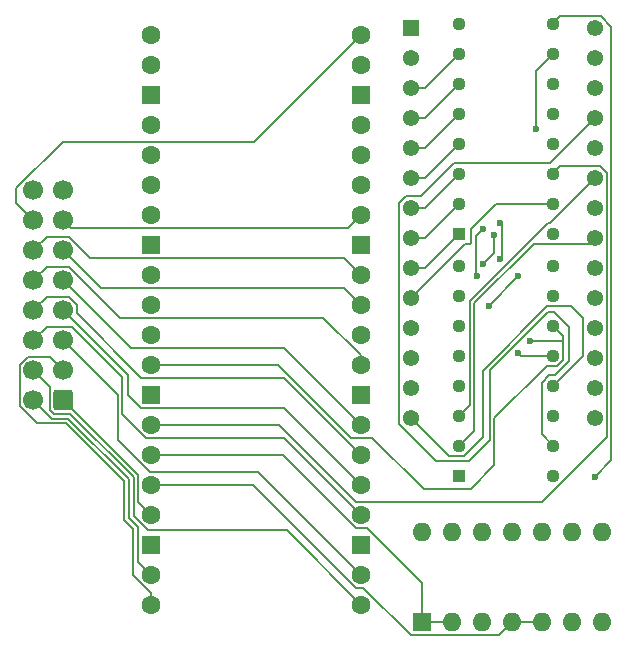
<source format=gtl>
G04 #@! TF.GenerationSoftware,KiCad,Pcbnew,8.0.0*
G04 #@! TF.CreationDate,2024-03-25T14:53:35-05:00*
G04 #@! TF.ProjectId,SensorModuleBase,53656e73-6f72-44d6-9f64-756c65426173,rev?*
G04 #@! TF.SameCoordinates,Original*
G04 #@! TF.FileFunction,Copper,L1,Top*
G04 #@! TF.FilePolarity,Positive*
%FSLAX46Y46*%
G04 Gerber Fmt 4.6, Leading zero omitted, Abs format (unit mm)*
G04 Created by KiCad (PCBNEW 8.0.0) date 2024-03-25 14:53:35*
%MOMM*%
%LPD*%
G01*
G04 APERTURE LIST*
G04 Aperture macros list*
%AMRoundRect*
0 Rectangle with rounded corners*
0 $1 Rounding radius*
0 $2 $3 $4 $5 $6 $7 $8 $9 X,Y pos of 4 corners*
0 Add a 4 corners polygon primitive as box body*
4,1,4,$2,$3,$4,$5,$6,$7,$8,$9,$2,$3,0*
0 Add four circle primitives for the rounded corners*
1,1,$1+$1,$2,$3*
1,1,$1+$1,$4,$5*
1,1,$1+$1,$6,$7*
1,1,$1+$1,$8,$9*
0 Add four rect primitives between the rounded corners*
20,1,$1+$1,$2,$3,$4,$5,0*
20,1,$1+$1,$4,$5,$6,$7,0*
20,1,$1+$1,$6,$7,$8,$9,0*
20,1,$1+$1,$8,$9,$2,$3,0*%
G04 Aperture macros list end*
G04 #@! TA.AperFunction,ComponentPad*
%ADD10RoundRect,0.250000X0.600000X0.600000X-0.600000X0.600000X-0.600000X-0.600000X0.600000X-0.600000X0*%
G04 #@! TD*
G04 #@! TA.AperFunction,ComponentPad*
%ADD11C,1.700000*%
G04 #@! TD*
G04 #@! TA.AperFunction,ComponentPad*
%ADD12R,1.378000X1.378000*%
G04 #@! TD*
G04 #@! TA.AperFunction,ComponentPad*
%ADD13C,1.378000*%
G04 #@! TD*
G04 #@! TA.AperFunction,ComponentPad*
%ADD14R,1.600000X1.600000*%
G04 #@! TD*
G04 #@! TA.AperFunction,ComponentPad*
%ADD15O,1.600000X1.600000*%
G04 #@! TD*
G04 #@! TA.AperFunction,ComponentPad*
%ADD16C,1.600000*%
G04 #@! TD*
G04 #@! TA.AperFunction,ComponentPad*
%ADD17RoundRect,0.200000X-0.600000X-0.600000X0.600000X-0.600000X0.600000X0.600000X-0.600000X0.600000X0*%
G04 #@! TD*
G04 #@! TA.AperFunction,ComponentPad*
%ADD18R,1.130000X1.130000*%
G04 #@! TD*
G04 #@! TA.AperFunction,ComponentPad*
%ADD19C,1.130000*%
G04 #@! TD*
G04 #@! TA.AperFunction,ViaPad*
%ADD20C,0.600000*%
G04 #@! TD*
G04 #@! TA.AperFunction,Conductor*
%ADD21C,0.200000*%
G04 #@! TD*
G04 APERTURE END LIST*
D10*
G04 #@! TO.P,J1,1,Pin_1*
G04 #@! TO.N,Net-(A1-GP13)*
X22485000Y-48700000D03*
D11*
G04 #@! TO.P,J1,2,Pin_2*
G04 #@! TO.N,Net-(A1-GP14)*
X19945000Y-48700000D03*
G04 #@! TO.P,J1,3,Pin_3*
G04 #@! TO.N,Net-(A1-GP15)*
X22485000Y-46160000D03*
G04 #@! TO.P,J1,4,Pin_4*
G04 #@! TO.N,Net-(A1-GP16)*
X19945000Y-46160000D03*
G04 #@! TO.P,J1,5,Pin_5*
G04 #@! TO.N,Net-(A1-GP17)*
X22485000Y-43620000D03*
G04 #@! TO.P,J1,6,Pin_6*
G04 #@! TO.N,Net-(A1-GP18)*
X19945000Y-43620000D03*
G04 #@! TO.P,J1,7,Pin_7*
G04 #@! TO.N,Net-(A1-GP19)*
X22485000Y-41080000D03*
G04 #@! TO.P,J1,8,Pin_8*
G04 #@! TO.N,Net-(A1-GP20)*
X19945000Y-41080000D03*
G04 #@! TO.P,J1,9,Pin_9*
G04 #@! TO.N,Net-(A1-GP21)*
X22485000Y-38540000D03*
G04 #@! TO.P,J1,10,Pin_10*
G04 #@! TO.N,Net-(A1-GP22)*
X19945000Y-38540000D03*
G04 #@! TO.P,J1,11,Pin_11*
G04 #@! TO.N,Net-(A1-GP26)*
X22485000Y-36000000D03*
G04 #@! TO.P,J1,12,Pin_12*
G04 #@! TO.N,Net-(A1-GP27)*
X19945000Y-36000000D03*
G04 #@! TO.P,J1,13,Pin_13*
G04 #@! TO.N,Net-(A1-GP28)*
X22485000Y-33460000D03*
G04 #@! TO.P,J1,14,Pin_14*
G04 #@! TO.N,Net-(A1-VBUS)*
X19945000Y-33460000D03*
G04 #@! TO.P,J1,15,Pin_15*
G04 #@! TO.N,Net-(J1-Pin_15)*
X22485000Y-30920000D03*
G04 #@! TO.P,J1,16,Pin_16*
G04 #@! TO.N,Net-(A1-VSYS)*
X19945000Y-30920000D03*
G04 #@! TD*
D12*
G04 #@! TO.P,U1,1*
G04 #@! TO.N,N/C*
X51927500Y-17190000D03*
D13*
G04 #@! TO.P,U1,2,A12*
G04 #@! TO.N,Net-(U1-A12)*
X51927500Y-19730000D03*
G04 #@! TO.P,U1,3,A7*
G04 #@! TO.N,Net-(U1-A7)*
X51927500Y-22270000D03*
G04 #@! TO.P,U1,4,A6*
G04 #@! TO.N,Net-(U1-A6)*
X51927500Y-24810000D03*
G04 #@! TO.P,U1,5,A5*
G04 #@! TO.N,Net-(U1-A5)*
X51927500Y-27350000D03*
G04 #@! TO.P,U1,6,A4*
G04 #@! TO.N,Net-(U1-A4)*
X51927500Y-29890000D03*
G04 #@! TO.P,U1,7,A3*
G04 #@! TO.N,Net-(U1-A3)*
X51927500Y-32430000D03*
G04 #@! TO.P,U1,8,A2*
G04 #@! TO.N,Net-(U1-A2)*
X51927500Y-34970000D03*
G04 #@! TO.P,U1,9,A1*
G04 #@! TO.N,Net-(U1-A1)*
X51927500Y-37510000D03*
G04 #@! TO.P,U1,10,A0*
G04 #@! TO.N,Net-(U1-A0)*
X51927500Y-40050000D03*
G04 #@! TO.P,U1,11,I/O0*
G04 #@! TO.N,unconnected-(U1-I{slash}O0-Pad11)*
X51927500Y-42590000D03*
G04 #@! TO.P,U1,12,I/O1*
G04 #@! TO.N,unconnected-(U1-I{slash}O1-Pad12)*
X51927500Y-45130000D03*
G04 #@! TO.P,U1,13,I/O2*
G04 #@! TO.N,unconnected-(U1-I{slash}O2-Pad13)*
X51927500Y-47670000D03*
G04 #@! TO.P,U1,14,GND*
G04 #@! TO.N,Net-(J1-Pin_15)*
X51927500Y-50210000D03*
G04 #@! TO.P,U1,15,I/O3*
G04 #@! TO.N,unconnected-(U1-I{slash}O3-Pad15)*
X67485000Y-50210000D03*
G04 #@! TO.P,U1,16,I/O4*
G04 #@! TO.N,unconnected-(U1-I{slash}O4-Pad16)*
X67485000Y-47670000D03*
G04 #@! TO.P,U1,17,I/O5*
G04 #@! TO.N,unconnected-(U1-I{slash}O5-Pad17)*
X67485000Y-45130000D03*
G04 #@! TO.P,U1,18,I/O6*
G04 #@! TO.N,unconnected-(U1-I{slash}O6-Pad18)*
X67485000Y-42590000D03*
G04 #@! TO.P,U1,19,I/O7*
G04 #@! TO.N,unconnected-(U1-I{slash}O7-Pad19)*
X67485000Y-40050000D03*
G04 #@! TO.P,U1,20,~{CE}*
G04 #@! TO.N,Net-(J1-Pin_15)*
X67485000Y-37510000D03*
G04 #@! TO.P,U1,21,A10*
G04 #@! TO.N,Net-(U1-A10)*
X67485000Y-34970000D03*
G04 #@! TO.P,U1,22,~{OE}*
G04 #@! TO.N,Net-(U1-~{OE})*
X67485000Y-32430000D03*
G04 #@! TO.P,U1,23,A11*
G04 #@! TO.N,Net-(U1-A11)*
X67485000Y-29890000D03*
G04 #@! TO.P,U1,24,A9*
G04 #@! TO.N,Net-(U1-A9)*
X67485000Y-27350000D03*
G04 #@! TO.P,U1,25,A8*
G04 #@! TO.N,Net-(U1-A8)*
X67485000Y-24810000D03*
G04 #@! TO.P,U1,26*
G04 #@! TO.N,N/C*
X67485000Y-22270000D03*
G04 #@! TO.P,U1,27,~{WE}*
G04 #@! TO.N,Net-(U1-~{WE})*
X67485000Y-19730000D03*
G04 #@! TO.P,U1,28,VCC*
G04 #@! TO.N,Net-(A1-VSYS)*
X67485000Y-17190000D03*
G04 #@! TD*
D14*
G04 #@! TO.P,U2,1*
G04 #@! TO.N,Net-(A1-GP11)*
X52860000Y-67500000D03*
D15*
G04 #@! TO.P,U2,2*
X55400000Y-67500000D03*
G04 #@! TO.P,U2,3*
G04 #@! TO.N,Net-(U1-~{OE})*
X57940000Y-67500000D03*
G04 #@! TO.P,U2,4*
G04 #@! TO.N,Net-(A1-GP12)*
X60480000Y-67500000D03*
G04 #@! TO.P,U2,5*
X63020000Y-67500000D03*
G04 #@! TO.P,U2,6*
G04 #@! TO.N,Net-(U1-~{WE})*
X65560000Y-67500000D03*
G04 #@! TO.P,U2,7,GND*
G04 #@! TO.N,Net-(J1-Pin_15)*
X68100000Y-67500000D03*
G04 #@! TO.P,U2,8*
G04 #@! TO.N,N/C*
X68100000Y-59880000D03*
G04 #@! TO.P,U2,9*
X65560000Y-59880000D03*
G04 #@! TO.P,U2,10*
X63020000Y-59880000D03*
G04 #@! TO.P,U2,11*
X60480000Y-59880000D03*
G04 #@! TO.P,U2,12*
X57940000Y-59880000D03*
G04 #@! TO.P,U2,13*
X55400000Y-59880000D03*
G04 #@! TO.P,U2,14,VCC*
G04 #@! TO.N,Net-(A1-VSYS)*
X52860000Y-59880000D03*
G04 #@! TD*
D16*
G04 #@! TO.P,A1,1,GP0*
G04 #@! TO.N,unconnected-(A1-GP0-Pad1)*
X29900000Y-17740000D03*
G04 #@! TO.P,A1,2,GP1*
G04 #@! TO.N,unconnected-(A1-GP1-Pad2)*
X29900000Y-20280000D03*
D17*
G04 #@! TO.P,A1,3,GND*
G04 #@! TO.N,unconnected-(A1-GND-Pad3)*
X29900000Y-22820000D03*
D16*
G04 #@! TO.P,A1,4,GP2*
G04 #@! TO.N,unconnected-(A1-GP2-Pad4)*
X29900000Y-25360000D03*
G04 #@! TO.P,A1,5,GP3*
G04 #@! TO.N,unconnected-(A1-GP3-Pad5)*
X29900000Y-27900000D03*
G04 #@! TO.P,A1,6,GP4*
G04 #@! TO.N,unconnected-(A1-GP4-Pad6)*
X29900000Y-30440000D03*
G04 #@! TO.P,A1,7,GP5*
G04 #@! TO.N,unconnected-(A1-GP5-Pad7)*
X29900000Y-32980000D03*
D17*
G04 #@! TO.P,A1,8,GND*
G04 #@! TO.N,unconnected-(A1-GND-Pad8)*
X29900000Y-35520000D03*
D16*
G04 #@! TO.P,A1,9,GP6*
G04 #@! TO.N,unconnected-(A1-GP6-Pad9)*
X29900000Y-38060000D03*
G04 #@! TO.P,A1,10,GP7*
G04 #@! TO.N,unconnected-(A1-GP7-Pad10)*
X29900000Y-40600000D03*
G04 #@! TO.P,A1,11,GP8*
G04 #@! TO.N,Net-(A1-GP8)*
X29900000Y-43140000D03*
G04 #@! TO.P,A1,12,GP9*
G04 #@! TO.N,Net-(A1-GP9)*
X29900000Y-45680000D03*
D17*
G04 #@! TO.P,A1,13,GND*
G04 #@! TO.N,unconnected-(A1-GND-Pad13)*
X29900000Y-48220000D03*
D16*
G04 #@! TO.P,A1,14,GP10*
G04 #@! TO.N,Net-(A1-GP10)*
X29900000Y-50760000D03*
G04 #@! TO.P,A1,15,GP11*
G04 #@! TO.N,Net-(A1-GP11)*
X29900000Y-53300000D03*
G04 #@! TO.P,A1,16,GP12*
G04 #@! TO.N,Net-(A1-GP12)*
X29941881Y-55840000D03*
G04 #@! TO.P,A1,17,GP13*
G04 #@! TO.N,Net-(A1-GP13)*
X29900000Y-58380000D03*
D17*
G04 #@! TO.P,A1,18,GND*
G04 #@! TO.N,unconnected-(A1-GND-Pad18)*
X29900000Y-60920000D03*
D16*
G04 #@! TO.P,A1,19,GP14*
G04 #@! TO.N,Net-(A1-GP14)*
X29900000Y-63460000D03*
G04 #@! TO.P,A1,20,GP15*
G04 #@! TO.N,Net-(A1-GP15)*
X29900000Y-66000000D03*
G04 #@! TO.P,A1,21,GP16*
G04 #@! TO.N,Net-(A1-GP16)*
X47680000Y-66000000D03*
G04 #@! TO.P,A1,22,GP17*
G04 #@! TO.N,Net-(A1-GP17)*
X47680000Y-63460000D03*
D17*
G04 #@! TO.P,A1,23,GND*
G04 #@! TO.N,unconnected-(A1-GND-Pad23)*
X47680000Y-60920000D03*
D16*
G04 #@! TO.P,A1,24,GP18*
G04 #@! TO.N,Net-(A1-GP18)*
X47680000Y-58380000D03*
G04 #@! TO.P,A1,25,GP19*
G04 #@! TO.N,Net-(A1-GP19)*
X47680000Y-55840000D03*
G04 #@! TO.P,A1,26,GP20*
G04 #@! TO.N,Net-(A1-GP20)*
X47680000Y-53300000D03*
G04 #@! TO.P,A1,27,GP21*
G04 #@! TO.N,Net-(A1-GP21)*
X47680000Y-50760000D03*
D17*
G04 #@! TO.P,A1,28,GND*
G04 #@! TO.N,unconnected-(A1-GND-Pad28)*
X47680000Y-48220000D03*
D16*
G04 #@! TO.P,A1,29,GP22*
G04 #@! TO.N,Net-(A1-GP22)*
X47680000Y-45680000D03*
G04 #@! TO.P,A1,30,RUN*
G04 #@! TO.N,unconnected-(A1-RUN-Pad30)*
X47680000Y-43140000D03*
G04 #@! TO.P,A1,31,GP26*
G04 #@! TO.N,Net-(A1-GP26)*
X47680000Y-40600000D03*
G04 #@! TO.P,A1,32,GP27*
G04 #@! TO.N,Net-(A1-GP27)*
X47680000Y-38060000D03*
D17*
G04 #@! TO.P,A1,33,AGND*
G04 #@! TO.N,unconnected-(A1-AGND-Pad33)*
X47680000Y-35520000D03*
D16*
G04 #@! TO.P,A1,34,GP28*
G04 #@! TO.N,Net-(A1-GP28)*
X47680000Y-32980000D03*
G04 #@! TO.P,A1,35,ADC_VREF*
G04 #@! TO.N,unconnected-(A1-ADC_VREF-Pad35)*
X47680000Y-30440000D03*
G04 #@! TO.P,A1,36,3V3_OUT*
G04 #@! TO.N,unconnected-(A1-3V3_OUT-Pad36)*
X47680000Y-27900000D03*
G04 #@! TO.P,A1,37,3V3_EN*
G04 #@! TO.N,unconnected-(A1-3V3_EN-Pad37)*
X47680000Y-25360000D03*
D17*
G04 #@! TO.P,A1,38,GND*
G04 #@! TO.N,Net-(J1-Pin_15)*
X47680000Y-22820000D03*
D16*
G04 #@! TO.P,A1,39,VSYS*
G04 #@! TO.N,Net-(A1-VSYS)*
X47680000Y-20280000D03*
G04 #@! TO.P,A1,40,VBUS*
G04 #@! TO.N,Net-(A1-VBUS)*
X47680000Y-17740000D03*
G04 #@! TD*
D18*
G04 #@! TO.P,U4,1,QB*
G04 #@! TO.N,Net-(U1-A9)*
X56015000Y-55090000D03*
D19*
G04 #@! TO.P,U4,2,QC*
G04 #@! TO.N,Net-(U1-A10)*
X56015000Y-52550000D03*
G04 #@! TO.P,U4,3,QD*
G04 #@! TO.N,Net-(U1-A11)*
X56015000Y-50010000D03*
G04 #@! TO.P,U4,4,QE*
G04 #@! TO.N,Net-(U1-A12)*
X56015000Y-47470000D03*
G04 #@! TO.P,U4,5,QF*
G04 #@! TO.N,unconnected-(U4-QF-Pad5)*
X56015000Y-44930000D03*
G04 #@! TO.P,U4,6,QG*
G04 #@! TO.N,unconnected-(U4-QG-Pad6)*
X56015000Y-42390000D03*
G04 #@! TO.P,U4,7,QH*
G04 #@! TO.N,unconnected-(U4-QH-Pad7)*
X56015000Y-39850000D03*
G04 #@! TO.P,U4,8,GND*
G04 #@! TO.N,Net-(J1-Pin_15)*
X56015000Y-37310000D03*
G04 #@! TO.P,U4,9,QH'*
G04 #@! TO.N,unconnected-(U4-QH'-Pad9)*
X63955000Y-37310000D03*
G04 #@! TO.P,U4,10,~{SRCLR}*
G04 #@! TO.N,Net-(A1-VSYS)*
X63955000Y-39850000D03*
G04 #@! TO.P,U4,11,SRCLK*
G04 #@! TO.N,Net-(A1-GP9)*
X63955000Y-42390000D03*
G04 #@! TO.P,U4,12,RCLK*
G04 #@! TO.N,Net-(A1-GP8)*
X63955000Y-44930000D03*
G04 #@! TO.P,U4,13,~{OE}*
G04 #@! TO.N,Net-(J1-Pin_15)*
X63955000Y-47470000D03*
G04 #@! TO.P,U4,14,SER*
G04 #@! TO.N,Net-(U3-QH')*
X63955000Y-50010000D03*
G04 #@! TO.P,U4,15,QA*
G04 #@! TO.N,Net-(U1-A8)*
X63955000Y-52550000D03*
G04 #@! TO.P,U4,16,VCC*
G04 #@! TO.N,Net-(A1-VSYS)*
X63955000Y-55090000D03*
G04 #@! TD*
D18*
G04 #@! TO.P,U3,1,QB*
G04 #@! TO.N,Net-(U1-A1)*
X56015000Y-34590000D03*
D19*
G04 #@! TO.P,U3,2,QC*
G04 #@! TO.N,Net-(U1-A2)*
X56015000Y-32050000D03*
G04 #@! TO.P,U3,3,QD*
G04 #@! TO.N,Net-(U1-A3)*
X56015000Y-29510000D03*
G04 #@! TO.P,U3,4,QE*
G04 #@! TO.N,Net-(U1-A4)*
X56015000Y-26970000D03*
G04 #@! TO.P,U3,5,QF*
G04 #@! TO.N,Net-(U1-A5)*
X56015000Y-24430000D03*
G04 #@! TO.P,U3,6,QG*
G04 #@! TO.N,Net-(U1-A6)*
X56015000Y-21890000D03*
G04 #@! TO.P,U3,7,QH*
G04 #@! TO.N,Net-(U1-A7)*
X56015000Y-19350000D03*
G04 #@! TO.P,U3,8,GND*
G04 #@! TO.N,Net-(J1-Pin_15)*
X56015000Y-16810000D03*
G04 #@! TO.P,U3,9,QH'*
G04 #@! TO.N,Net-(U3-QH')*
X63955000Y-16810000D03*
G04 #@! TO.P,U3,10,~{SRCLR}*
G04 #@! TO.N,Net-(A1-VSYS)*
X63955000Y-19350000D03*
G04 #@! TO.P,U3,11,SRCLK*
G04 #@! TO.N,Net-(A1-GP9)*
X63955000Y-21890000D03*
G04 #@! TO.P,U3,12,RCLK*
G04 #@! TO.N,Net-(A1-GP8)*
X63955000Y-24430000D03*
G04 #@! TO.P,U3,13,~{OE}*
G04 #@! TO.N,Net-(J1-Pin_15)*
X63955000Y-26970000D03*
G04 #@! TO.P,U3,14,SER*
G04 #@! TO.N,Net-(A1-GP10)*
X63955000Y-29510000D03*
G04 #@! TO.P,U3,15,QA*
G04 #@! TO.N,Net-(U1-A0)*
X63955000Y-32050000D03*
G04 #@! TO.P,U3,16,VCC*
G04 #@! TO.N,Net-(A1-VSYS)*
X63955000Y-34590000D03*
G04 #@! TD*
D20*
G04 #@! TO.N,Net-(A1-GP9)*
X57485000Y-38200000D03*
X61985000Y-43700000D03*
X57985000Y-34200000D03*
G04 #@! TO.N,Net-(A1-GP8)*
X59485000Y-33700000D03*
X58485000Y-40700000D03*
X59485000Y-36700000D03*
X60985000Y-44700000D03*
X60985000Y-38200000D03*
G04 #@! TO.N,Net-(A1-VSYS)*
X57985000Y-37200000D03*
X62485000Y-25700000D03*
X58985000Y-34700000D03*
G04 #@! TO.N,Net-(U3-QH')*
X67485000Y-55200000D03*
G04 #@! TD*
D21*
G04 #@! TO.N,Net-(J1-Pin_15)*
X57985000Y-51803295D02*
X56373295Y-53415000D01*
X63955000Y-47470000D02*
X66485000Y-44940000D01*
X55132500Y-53415000D02*
X51927500Y-50210000D01*
X57985000Y-46200000D02*
X57985000Y-51803295D01*
X65500000Y-40715000D02*
X63470000Y-40715000D01*
X66485000Y-44940000D02*
X66485000Y-41700000D01*
X63470000Y-40715000D02*
X57985000Y-46200000D01*
X56373295Y-53415000D02*
X55132500Y-53415000D01*
X66485000Y-41700000D02*
X65500000Y-40715000D01*
G04 #@! TO.N,Net-(A1-GP18)*
X23255000Y-42470000D02*
X21095000Y-42470000D01*
X21095000Y-42470000D02*
X19945000Y-43620000D01*
X29444365Y-51860000D02*
X27485000Y-49900635D01*
X27485000Y-46700000D02*
X23255000Y-42470000D01*
X47680000Y-58380000D02*
X41160000Y-51860000D01*
X27485000Y-49900635D02*
X27485000Y-46700000D01*
X41160000Y-51860000D02*
X29444365Y-51860000D01*
G04 #@! TO.N,Net-(A1-GP15)*
X28400000Y-59567007D02*
X27641881Y-58808887D01*
X27641881Y-58808887D02*
X27641881Y-55553939D01*
X20268654Y-50650000D02*
X18795000Y-49176346D01*
X29900000Y-66000000D02*
X29900000Y-65015635D01*
X27641881Y-55553939D02*
X22737942Y-50650000D01*
X22737942Y-50650000D02*
X20268654Y-50650000D01*
X28400000Y-63515635D02*
X28400000Y-59567007D01*
X21335000Y-45010000D02*
X22485000Y-46160000D01*
X18795000Y-45683654D02*
X19468654Y-45010000D01*
X29900000Y-65015635D02*
X28400000Y-63515635D01*
X19468654Y-45010000D02*
X21335000Y-45010000D01*
X18795000Y-49176346D02*
X18795000Y-45683654D01*
G04 #@! TO.N,Net-(A1-GP13)*
X28841881Y-57321881D02*
X29900000Y-58380000D01*
X28841881Y-55056881D02*
X28841881Y-57321881D01*
X22485000Y-48700000D02*
X28841881Y-55056881D01*
G04 #@! TO.N,Net-(A1-GP21)*
X41160000Y-44240000D02*
X28185000Y-44240000D01*
X47680000Y-50760000D02*
X41160000Y-44240000D01*
X28185000Y-44240000D02*
X22485000Y-38540000D01*
G04 #@! TO.N,Net-(A1-GP19)*
X41160000Y-49320000D02*
X29087352Y-49320000D01*
X47680000Y-55840000D02*
X41160000Y-49320000D01*
X29087352Y-49320000D02*
X27985000Y-48217648D01*
X27985000Y-46580000D02*
X22485000Y-41080000D01*
X27985000Y-48217648D02*
X27985000Y-46580000D01*
G04 #@! TO.N,Net-(A1-GP28)*
X47680000Y-32980000D02*
X46580000Y-34080000D01*
X46580000Y-34080000D02*
X23105000Y-34080000D01*
X23105000Y-34080000D02*
X22485000Y-33460000D01*
G04 #@! TO.N,Net-(A1-GP14)*
X19945000Y-48700000D02*
X20935000Y-49690000D01*
X20935000Y-49700430D02*
X21484570Y-50250000D01*
X28041881Y-55388253D02*
X28041881Y-58643202D01*
X28041881Y-58643202D02*
X28800000Y-59401321D01*
X22903628Y-50250000D02*
X28041881Y-55388253D01*
X21484570Y-50250000D02*
X22903628Y-50250000D01*
X28800000Y-62360000D02*
X29900000Y-63460000D01*
X20935000Y-49690000D02*
X20935000Y-49700430D01*
X28800000Y-59401321D02*
X28800000Y-62360000D01*
G04 #@! TO.N,Net-(A1-GP9)*
X63390000Y-45795000D02*
X58985000Y-50200000D01*
X64820000Y-43700000D02*
X64820000Y-45288295D01*
X57385000Y-34800000D02*
X57385000Y-38100000D01*
X64820000Y-43255000D02*
X64820000Y-43700000D01*
X57985000Y-34200000D02*
X57385000Y-34800000D01*
X61985000Y-43700000D02*
X64820000Y-43700000D01*
X64313295Y-45795000D02*
X63390000Y-45795000D01*
X58985000Y-54200000D02*
X56985000Y-56200000D01*
X56985000Y-56200000D02*
X52984999Y-56200000D01*
X46805686Y-51860000D02*
X40625686Y-45680000D01*
X40625686Y-45680000D02*
X29900000Y-45680000D01*
X52984999Y-56200000D02*
X48644999Y-51860000D01*
X63955000Y-42390000D02*
X64820000Y-43255000D01*
X57385000Y-38100000D02*
X57485000Y-38200000D01*
X64820000Y-45288295D02*
X64313295Y-45795000D01*
X48644999Y-51860000D02*
X46805686Y-51860000D01*
X58985000Y-50200000D02*
X58985000Y-54200000D01*
G04 #@! TO.N,Net-(A1-GP20)*
X23635000Y-41350000D02*
X23635000Y-40603654D01*
X22961346Y-39930000D02*
X21095000Y-39930000D01*
X23635000Y-40603654D02*
X22961346Y-39930000D01*
X29065000Y-46780000D02*
X23635000Y-41350000D01*
X21095000Y-39930000D02*
X19945000Y-41080000D01*
X41160000Y-46780000D02*
X29065000Y-46780000D01*
X47680000Y-53300000D02*
X41160000Y-46780000D01*
G04 #@! TO.N,Net-(A1-VBUS)*
X18485000Y-30753654D02*
X18485000Y-32000000D01*
X18485000Y-32000000D02*
X19945000Y-33460000D01*
X22438654Y-26800000D02*
X38620000Y-26800000D01*
X18485000Y-30753654D02*
X22438654Y-26800000D01*
X38620000Y-26800000D02*
X47680000Y-17740000D01*
G04 #@! TO.N,Net-(A1-GP10)*
X68485000Y-50700000D02*
X68485000Y-51783295D01*
X40704365Y-50760000D02*
X29900000Y-50760000D01*
X67894658Y-28901000D02*
X68474000Y-29480342D01*
X68474000Y-29480342D02*
X68474000Y-50689000D01*
X68485000Y-51783295D02*
X62988295Y-57280000D01*
X47224365Y-57280000D02*
X40704365Y-50760000D01*
X62988295Y-57280000D02*
X47224365Y-57280000D01*
X68474000Y-50689000D02*
X68485000Y-50700000D01*
X64564000Y-28901000D02*
X67894658Y-28901000D01*
X63955000Y-29510000D02*
X64564000Y-28901000D01*
G04 #@! TO.N,Net-(A1-GP8)*
X59585000Y-36600000D02*
X59485000Y-36700000D01*
X61215000Y-44930000D02*
X63955000Y-44930000D01*
X59585000Y-33800000D02*
X59585000Y-36600000D01*
X59485000Y-33700000D02*
X59585000Y-33800000D01*
X60985000Y-38200000D02*
X58485000Y-40700000D01*
X60985000Y-44700000D02*
X61215000Y-44930000D01*
G04 #@! TO.N,Net-(A1-GP22)*
X44485000Y-41700000D02*
X27271346Y-41700000D01*
X21095000Y-37390000D02*
X19945000Y-38540000D01*
X27271346Y-41700000D02*
X22961346Y-37390000D01*
X47680000Y-45680000D02*
X47680000Y-44895000D01*
X22961346Y-37390000D02*
X21095000Y-37390000D01*
X47680000Y-44895000D02*
X44485000Y-41700000D01*
G04 #@! TO.N,Net-(A1-GP26)*
X46240000Y-39160000D02*
X25645000Y-39160000D01*
X47680000Y-40600000D02*
X46240000Y-39160000D01*
X25645000Y-39160000D02*
X22485000Y-36000000D01*
G04 #@! TO.N,Net-(A1-GP17)*
X27085000Y-52040635D02*
X29784365Y-54740000D01*
X27085000Y-48220000D02*
X27085000Y-52040635D01*
X29784365Y-54740000D02*
X38960000Y-54740000D01*
X38960000Y-54740000D02*
X47680000Y-63460000D01*
X22485000Y-43620000D02*
X27085000Y-48220000D01*
G04 #@! TO.N,Net-(A1-GP16)*
X28441881Y-58477516D02*
X28441881Y-55222567D01*
X21335000Y-49534744D02*
X21335000Y-47550000D01*
X41380000Y-59700000D02*
X29664365Y-59700000D01*
X28441881Y-55222567D02*
X23069314Y-49850000D01*
X21650256Y-49850000D02*
X21335000Y-49534744D01*
X21335000Y-47550000D02*
X19945000Y-46160000D01*
X47680000Y-66000000D02*
X41380000Y-59700000D01*
X29664365Y-59700000D02*
X28441881Y-58477516D01*
X23069314Y-49850000D02*
X21650256Y-49850000D01*
G04 #@! TO.N,Net-(A1-GP27)*
X46240000Y-36620000D02*
X24731346Y-36620000D01*
X24731346Y-36620000D02*
X22961346Y-34850000D01*
X47680000Y-38060000D02*
X46240000Y-36620000D01*
X21095000Y-34850000D02*
X19945000Y-36000000D01*
X22961346Y-34850000D02*
X21095000Y-34850000D01*
G04 #@! TO.N,Net-(A1-GP12)*
X60480000Y-67500000D02*
X63020000Y-67500000D01*
X51885000Y-68600000D02*
X47845000Y-64560000D01*
X38504365Y-55840000D02*
X29941881Y-55840000D01*
X47845000Y-64560000D02*
X47224365Y-64560000D01*
X60480000Y-67500000D02*
X59380000Y-68600000D01*
X47224365Y-64560000D02*
X38504365Y-55840000D01*
X59380000Y-68600000D02*
X51885000Y-68600000D01*
G04 #@! TO.N,Net-(A1-GP11)*
X48152648Y-59480000D02*
X52860000Y-64187352D01*
X41044365Y-53300000D02*
X47224365Y-59480000D01*
X29900000Y-53300000D02*
X41044365Y-53300000D01*
X47224365Y-59480000D02*
X48152648Y-59480000D01*
X52860000Y-67500000D02*
X55400000Y-67500000D01*
X52860000Y-64187352D02*
X52860000Y-67500000D01*
G04 #@! TO.N,Net-(A1-VSYS)*
X58985000Y-36200000D02*
X57985000Y-37200000D01*
X58985000Y-34700000D02*
X58985000Y-36200000D01*
X63955000Y-19350000D02*
X62485000Y-20820000D01*
X62485000Y-20820000D02*
X62485000Y-25700000D01*
G04 #@! TO.N,Net-(U1-A2)*
X53095000Y-34970000D02*
X56015000Y-32050000D01*
X51927500Y-34970000D02*
X53095000Y-34970000D01*
G04 #@! TO.N,Net-(U1-A4)*
X51927500Y-29890000D02*
X53095000Y-29890000D01*
X53095000Y-29890000D02*
X56015000Y-26970000D01*
G04 #@! TO.N,Net-(U1-A3)*
X53095000Y-32430000D02*
X56015000Y-29510000D01*
X51927500Y-32430000D02*
X53095000Y-32430000D01*
G04 #@! TO.N,Net-(U1-A11)*
X63675000Y-33700000D02*
X63481705Y-33700000D01*
X56880000Y-49145000D02*
X56015000Y-50010000D01*
X56880000Y-40301705D02*
X56880000Y-49145000D01*
X67485000Y-29890000D02*
X63675000Y-33700000D01*
X63481705Y-33700000D02*
X56880000Y-40301705D01*
G04 #@! TO.N,Net-(U1-A6)*
X51927500Y-24810000D02*
X53095000Y-24810000D01*
X53095000Y-24810000D02*
X56015000Y-21890000D01*
G04 #@! TO.N,Net-(U1-A8)*
X67485000Y-24810000D02*
X63650000Y-28645000D01*
X50938500Y-50753500D02*
X54000000Y-53815000D01*
X63517843Y-41232843D02*
X64021138Y-41232843D01*
X65322157Y-42533862D02*
X65322157Y-45362843D01*
X58585000Y-52100000D02*
X58585000Y-46165686D01*
X64021138Y-41232843D02*
X65322157Y-42533862D01*
X51517842Y-31441000D02*
X50938500Y-32020342D01*
X65322157Y-45362843D02*
X64080000Y-46605000D01*
X56870000Y-53815000D02*
X58585000Y-52100000D01*
X58585000Y-46165686D02*
X63517843Y-41232843D01*
X64080000Y-46605000D02*
X63580000Y-46605000D01*
X54000000Y-53815000D02*
X56870000Y-53815000D01*
X62985000Y-51580000D02*
X63955000Y-52550000D01*
X50938500Y-32020342D02*
X50938500Y-50753500D01*
X62985000Y-47200000D02*
X62985000Y-51580000D01*
X55540000Y-28645000D02*
X52744000Y-31441000D01*
X52744000Y-31441000D02*
X51517842Y-31441000D01*
X63580000Y-46605000D02*
X62985000Y-47200000D01*
X63650000Y-28645000D02*
X55540000Y-28645000D01*
G04 #@! TO.N,Net-(U1-A5)*
X51927500Y-27350000D02*
X53095000Y-27350000D01*
X53095000Y-27350000D02*
X56015000Y-24430000D01*
G04 #@! TO.N,Net-(U1-A1)*
X51927500Y-37510000D02*
X53095000Y-37510000D01*
X53095000Y-37510000D02*
X56015000Y-34590000D01*
G04 #@! TO.N,Net-(U1-A7)*
X53095000Y-22270000D02*
X56015000Y-19350000D01*
X51927500Y-22270000D02*
X53095000Y-22270000D01*
G04 #@! TO.N,Net-(U1-A0)*
X51927500Y-40050000D02*
X56522500Y-35455000D01*
X59135000Y-32050000D02*
X63955000Y-32050000D01*
X56985000Y-34200000D02*
X59135000Y-32050000D01*
X56880000Y-35455000D02*
X56985000Y-35350000D01*
X56522500Y-35455000D02*
X56880000Y-35455000D01*
X56985000Y-35350000D02*
X56985000Y-34200000D01*
G04 #@! TO.N,Net-(U1-A10)*
X67000000Y-35455000D02*
X62292391Y-35455000D01*
X67485000Y-34970000D02*
X67000000Y-35455000D01*
X57280000Y-40467391D02*
X57280000Y-51285000D01*
X62292391Y-35455000D02*
X57280000Y-40467391D01*
X57280000Y-51285000D02*
X56015000Y-52550000D01*
G04 #@! TO.N,Net-(U3-QH')*
X68885000Y-53800000D02*
X67485000Y-55200000D01*
X63955000Y-16810000D02*
X64564000Y-16201000D01*
X68885000Y-17100000D02*
X68885000Y-53800000D01*
X64564000Y-16201000D02*
X67986000Y-16201000D01*
X67986000Y-16201000D02*
X68885000Y-17100000D01*
G04 #@! TD*
M02*

</source>
